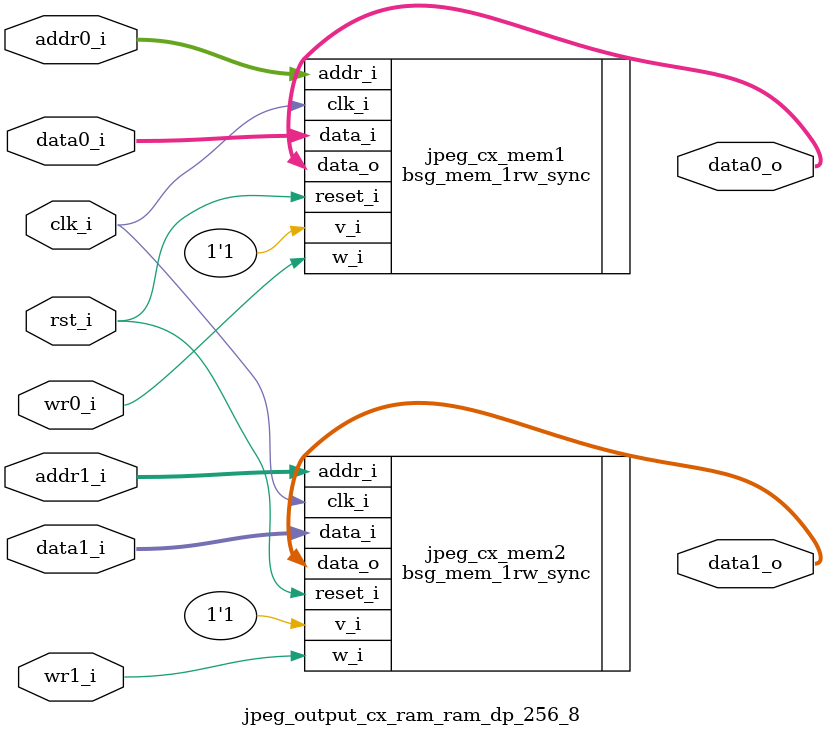
<source format=sv>

module jpeg_output_cx_ram
(
    // Inputs
     input           clk_i
    ,input           rst_i
    ,input  [  5:0]  wr_idx_i
    ,input  [ 31:0]  data_in_i
    ,input           push_i
    ,input           mode420_i
    ,input           pop_i
    ,input           flush_i

    // Outputs
    ,output [ 31:0]  data_out_o
    ,output          valid_o
    ,output [ 31:0]  level_o
);



//-----------------------------------------------------------------
// Registers
//-----------------------------------------------------------------
reg [7:0]   rd_ptr_q;
reg [7:0]   wr_ptr_q;

//-----------------------------------------------------------------
// Write Side
//-----------------------------------------------------------------
wire [7:0] write_next_w = wr_ptr_q + 8'd1;

always @ (posedge clk_i )
if (rst_i)
    wr_ptr_q <= 8'b0;
else if (flush_i)
    wr_ptr_q <= 8'b0;
// Push
else if (push_i)
    wr_ptr_q <= write_next_w;

//-----------------------------------------------------------------
// Read Side
//-----------------------------------------------------------------
wire read_ok_w = (level_o > 32'd1);
reg  rd_q;

always @ (posedge clk_i )
if (rst_i)
    rd_q <= 1'b0;
else if (flush_i)
    rd_q <= 1'b0;
else
    rd_q <= read_ok_w;

wire [7:0] rd_ptr_next_w = rd_ptr_q + 8'd1;

always @ (posedge clk_i )
if (rst_i)
    rd_ptr_q <= 8'b0;
else if (flush_i)
    rd_ptr_q <= 8'b0;
else if (read_ok_w && ((!valid_o) || (valid_o && pop_i)))
    rd_ptr_q <= rd_ptr_next_w;

//-------------------------------------------------------------------
// Chroma subsampling (420) sample addressing
//-------------------------------------------------------------------
reg [7:0] cx_idx_q;

reg [5:0] cx_rd_ptr_r;

always @ *
begin
    case (cx_idx_q)
    8'd0: cx_rd_ptr_r = 6'd0;
    8'd1: cx_rd_ptr_r = 6'd1;
    8'd2: cx_rd_ptr_r = 6'd1;
    8'd3: cx_rd_ptr_r = 6'd2;
    8'd4: cx_rd_ptr_r = 6'd2;
    8'd5: cx_rd_ptr_r = 6'd3;
    8'd6: cx_rd_ptr_r = 6'd3;
    8'd7: cx_rd_ptr_r = 6'd0;
    8'd8: cx_rd_ptr_r = 6'd0;
    8'd9: cx_rd_ptr_r = 6'd1;
    8'd10: cx_rd_ptr_r = 6'd1;
    8'd11: cx_rd_ptr_r = 6'd2;
    8'd12: cx_rd_ptr_r = 6'd2;
    8'd13: cx_rd_ptr_r = 6'd3;
    8'd14: cx_rd_ptr_r = 6'd3;
    8'd15: cx_rd_ptr_r = 6'd8;
    8'd16: cx_rd_ptr_r = 6'd8;
    8'd17: cx_rd_ptr_r = 6'd9;
    8'd18: cx_rd_ptr_r = 6'd9;
    8'd19: cx_rd_ptr_r = 6'd10;
    8'd20: cx_rd_ptr_r = 6'd10;
    8'd21: cx_rd_ptr_r = 6'd11;
    8'd22: cx_rd_ptr_r = 6'd11;
    8'd23: cx_rd_ptr_r = 6'd8;
    8'd24: cx_rd_ptr_r = 6'd8;
    8'd25: cx_rd_ptr_r = 6'd9;
    8'd26: cx_rd_ptr_r = 6'd9;
    8'd27: cx_rd_ptr_r = 6'd10;
    8'd28: cx_rd_ptr_r = 6'd10;
    8'd29: cx_rd_ptr_r = 6'd11;
    8'd30: cx_rd_ptr_r = 6'd11;
    8'd31: cx_rd_ptr_r = 6'd16;
    8'd32: cx_rd_ptr_r = 6'd16;
    8'd33: cx_rd_ptr_r = 6'd17;
    8'd34: cx_rd_ptr_r = 6'd17;
    8'd35: cx_rd_ptr_r = 6'd18;
    8'd36: cx_rd_ptr_r = 6'd18;
    8'd37: cx_rd_ptr_r = 6'd19;
    8'd38: cx_rd_ptr_r = 6'd19;
    8'd39: cx_rd_ptr_r = 6'd16;
    8'd40: cx_rd_ptr_r = 6'd16;
    8'd41: cx_rd_ptr_r = 6'd17;
    8'd42: cx_rd_ptr_r = 6'd17;
    8'd43: cx_rd_ptr_r = 6'd18;
    8'd44: cx_rd_ptr_r = 6'd18;
    8'd45: cx_rd_ptr_r = 6'd19;
    8'd46: cx_rd_ptr_r = 6'd19;
    8'd47: cx_rd_ptr_r = 6'd24;
    8'd48: cx_rd_ptr_r = 6'd24;
    8'd49: cx_rd_ptr_r = 6'd25;
    8'd50: cx_rd_ptr_r = 6'd25;
    8'd51: cx_rd_ptr_r = 6'd26;
    8'd52: cx_rd_ptr_r = 6'd26;
    8'd53: cx_rd_ptr_r = 6'd27;
    8'd54: cx_rd_ptr_r = 6'd27;
    8'd55: cx_rd_ptr_r = 6'd24;
    8'd56: cx_rd_ptr_r = 6'd24;
    8'd57: cx_rd_ptr_r = 6'd25;
    8'd58: cx_rd_ptr_r = 6'd25;
    8'd59: cx_rd_ptr_r = 6'd26;
    8'd60: cx_rd_ptr_r = 6'd26;
    8'd61: cx_rd_ptr_r = 6'd27;
    8'd62: cx_rd_ptr_r = 6'd27;
    8'd63: cx_rd_ptr_r = 6'd4;
    8'd64: cx_rd_ptr_r = 6'd4;
    8'd65: cx_rd_ptr_r = 6'd5;
    8'd66: cx_rd_ptr_r = 6'd5;
    8'd67: cx_rd_ptr_r = 6'd6;
    8'd68: cx_rd_ptr_r = 6'd6;
    8'd69: cx_rd_ptr_r = 6'd7;
    8'd70: cx_rd_ptr_r = 6'd7;
    8'd71: cx_rd_ptr_r = 6'd4;
    8'd72: cx_rd_ptr_r = 6'd4;
    8'd73: cx_rd_ptr_r = 6'd5;
    8'd74: cx_rd_ptr_r = 6'd5;
    8'd75: cx_rd_ptr_r = 6'd6;
    8'd76: cx_rd_ptr_r = 6'd6;
    8'd77: cx_rd_ptr_r = 6'd7;
    8'd78: cx_rd_ptr_r = 6'd7;
    8'd79: cx_rd_ptr_r = 6'd12;
    8'd80: cx_rd_ptr_r = 6'd12;
    8'd81: cx_rd_ptr_r = 6'd13;
    8'd82: cx_rd_ptr_r = 6'd13;
    8'd83: cx_rd_ptr_r = 6'd14;
    8'd84: cx_rd_ptr_r = 6'd14;
    8'd85: cx_rd_ptr_r = 6'd15;
    8'd86: cx_rd_ptr_r = 6'd15;
    8'd87: cx_rd_ptr_r = 6'd12;
    8'd88: cx_rd_ptr_r = 6'd12;
    8'd89: cx_rd_ptr_r = 6'd13;
    8'd90: cx_rd_ptr_r = 6'd13;
    8'd91: cx_rd_ptr_r = 6'd14;
    8'd92: cx_rd_ptr_r = 6'd14;
    8'd93: cx_rd_ptr_r = 6'd15;
    8'd94: cx_rd_ptr_r = 6'd15;
    8'd95: cx_rd_ptr_r = 6'd20;
    8'd96: cx_rd_ptr_r = 6'd20;
    8'd97: cx_rd_ptr_r = 6'd21;
    8'd98: cx_rd_ptr_r = 6'd21;
    8'd99: cx_rd_ptr_r = 6'd22;
    8'd100: cx_rd_ptr_r = 6'd22;
    8'd101: cx_rd_ptr_r = 6'd23;
    8'd102: cx_rd_ptr_r = 6'd23;
    8'd103: cx_rd_ptr_r = 6'd20;
    8'd104: cx_rd_ptr_r = 6'd20;
    8'd105: cx_rd_ptr_r = 6'd21;
    8'd106: cx_rd_ptr_r = 6'd21;
    8'd107: cx_rd_ptr_r = 6'd22;
    8'd108: cx_rd_ptr_r = 6'd22;
    8'd109: cx_rd_ptr_r = 6'd23;
    8'd110: cx_rd_ptr_r = 6'd23;
    8'd111: cx_rd_ptr_r = 6'd28;
    8'd112: cx_rd_ptr_r = 6'd28;
    8'd113: cx_rd_ptr_r = 6'd29;
    8'd114: cx_rd_ptr_r = 6'd29;
    8'd115: cx_rd_ptr_r = 6'd30;
    8'd116: cx_rd_ptr_r = 6'd30;
    8'd117: cx_rd_ptr_r = 6'd31;
    8'd118: cx_rd_ptr_r = 6'd31;
    8'd119: cx_rd_ptr_r = 6'd28;
    8'd120: cx_rd_ptr_r = 6'd28;
    8'd121: cx_rd_ptr_r = 6'd29;
    8'd122: cx_rd_ptr_r = 6'd29;
    8'd123: cx_rd_ptr_r = 6'd30;
    8'd124: cx_rd_ptr_r = 6'd30;
    8'd125: cx_rd_ptr_r = 6'd31;
    8'd126: cx_rd_ptr_r = 6'd31;
    8'd127: cx_rd_ptr_r = 6'd32;
    8'd128: cx_rd_ptr_r = 6'd32;
    8'd129: cx_rd_ptr_r = 6'd33;
    8'd130: cx_rd_ptr_r = 6'd33;
    8'd131: cx_rd_ptr_r = 6'd34;
    8'd132: cx_rd_ptr_r = 6'd34;
    8'd133: cx_rd_ptr_r = 6'd35;
    8'd134: cx_rd_ptr_r = 6'd35;
    8'd135: cx_rd_ptr_r = 6'd32;
    8'd136: cx_rd_ptr_r = 6'd32;
    8'd137: cx_rd_ptr_r = 6'd33;
    8'd138: cx_rd_ptr_r = 6'd33;
    8'd139: cx_rd_ptr_r = 6'd34;
    8'd140: cx_rd_ptr_r = 6'd34;
    8'd141: cx_rd_ptr_r = 6'd35;
    8'd142: cx_rd_ptr_r = 6'd35;
    8'd143: cx_rd_ptr_r = 6'd40;
    8'd144: cx_rd_ptr_r = 6'd40;
    8'd145: cx_rd_ptr_r = 6'd41;
    8'd146: cx_rd_ptr_r = 6'd41;
    8'd147: cx_rd_ptr_r = 6'd42;
    8'd148: cx_rd_ptr_r = 6'd42;
    8'd149: cx_rd_ptr_r = 6'd43;
    8'd150: cx_rd_ptr_r = 6'd43;
    8'd151: cx_rd_ptr_r = 6'd40;
    8'd152: cx_rd_ptr_r = 6'd40;
    8'd153: cx_rd_ptr_r = 6'd41;
    8'd154: cx_rd_ptr_r = 6'd41;
    8'd155: cx_rd_ptr_r = 6'd42;
    8'd156: cx_rd_ptr_r = 6'd42;
    8'd157: cx_rd_ptr_r = 6'd43;
    8'd158: cx_rd_ptr_r = 6'd43;
    8'd159: cx_rd_ptr_r = 6'd48;
    8'd160: cx_rd_ptr_r = 6'd48;
    8'd161: cx_rd_ptr_r = 6'd49;
    8'd162: cx_rd_ptr_r = 6'd49;
    8'd163: cx_rd_ptr_r = 6'd50;
    8'd164: cx_rd_ptr_r = 6'd50;
    8'd165: cx_rd_ptr_r = 6'd51;
    8'd166: cx_rd_ptr_r = 6'd51;
    8'd167: cx_rd_ptr_r = 6'd48;
    8'd168: cx_rd_ptr_r = 6'd48;
    8'd169: cx_rd_ptr_r = 6'd49;
    8'd170: cx_rd_ptr_r = 6'd49;
    8'd171: cx_rd_ptr_r = 6'd50;
    8'd172: cx_rd_ptr_r = 6'd50;
    8'd173: cx_rd_ptr_r = 6'd51;
    8'd174: cx_rd_ptr_r = 6'd51;
    8'd175: cx_rd_ptr_r = 6'd56;
    8'd176: cx_rd_ptr_r = 6'd56;
    8'd177: cx_rd_ptr_r = 6'd57;
    8'd178: cx_rd_ptr_r = 6'd57;
    8'd179: cx_rd_ptr_r = 6'd58;
    8'd180: cx_rd_ptr_r = 6'd58;
    8'd181: cx_rd_ptr_r = 6'd59;
    8'd182: cx_rd_ptr_r = 6'd59;
    8'd183: cx_rd_ptr_r = 6'd56;
    8'd184: cx_rd_ptr_r = 6'd56;
    8'd185: cx_rd_ptr_r = 6'd57;
    8'd186: cx_rd_ptr_r = 6'd57;
    8'd187: cx_rd_ptr_r = 6'd58;
    8'd188: cx_rd_ptr_r = 6'd58;
    8'd189: cx_rd_ptr_r = 6'd59;
    8'd190: cx_rd_ptr_r = 6'd59;
    8'd191: cx_rd_ptr_r = 6'd36;
    8'd192: cx_rd_ptr_r = 6'd36;
    8'd193: cx_rd_ptr_r = 6'd37;
    8'd194: cx_rd_ptr_r = 6'd37;
    8'd195: cx_rd_ptr_r = 6'd38;
    8'd196: cx_rd_ptr_r = 6'd38;
    8'd197: cx_rd_ptr_r = 6'd39;
    8'd198: cx_rd_ptr_r = 6'd39;
    8'd199: cx_rd_ptr_r = 6'd36;
    8'd200: cx_rd_ptr_r = 6'd36;
    8'd201: cx_rd_ptr_r = 6'd37;
    8'd202: cx_rd_ptr_r = 6'd37;
    8'd203: cx_rd_ptr_r = 6'd38;
    8'd204: cx_rd_ptr_r = 6'd38;
    8'd205: cx_rd_ptr_r = 6'd39;
    8'd206: cx_rd_ptr_r = 6'd39;
    8'd207: cx_rd_ptr_r = 6'd44;
    8'd208: cx_rd_ptr_r = 6'd44;
    8'd209: cx_rd_ptr_r = 6'd45;
    8'd210: cx_rd_ptr_r = 6'd45;
    8'd211: cx_rd_ptr_r = 6'd46;
    8'd212: cx_rd_ptr_r = 6'd46;
    8'd213: cx_rd_ptr_r = 6'd47;
    8'd214: cx_rd_ptr_r = 6'd47;
    8'd215: cx_rd_ptr_r = 6'd44;
    8'd216: cx_rd_ptr_r = 6'd44;
    8'd217: cx_rd_ptr_r = 6'd45;
    8'd218: cx_rd_ptr_r = 6'd45;
    8'd219: cx_rd_ptr_r = 6'd46;
    8'd220: cx_rd_ptr_r = 6'd46;
    8'd221: cx_rd_ptr_r = 6'd47;
    8'd222: cx_rd_ptr_r = 6'd47;
    8'd223: cx_rd_ptr_r = 6'd52;
    8'd224: cx_rd_ptr_r = 6'd52;
    8'd225: cx_rd_ptr_r = 6'd53;
    8'd226: cx_rd_ptr_r = 6'd53;
    8'd227: cx_rd_ptr_r = 6'd54;
    8'd228: cx_rd_ptr_r = 6'd54;
    8'd229: cx_rd_ptr_r = 6'd55;
    8'd230: cx_rd_ptr_r = 6'd55;
    8'd231: cx_rd_ptr_r = 6'd52;
    8'd232: cx_rd_ptr_r = 6'd52;
    8'd233: cx_rd_ptr_r = 6'd53;
    8'd234: cx_rd_ptr_r = 6'd53;
    8'd235: cx_rd_ptr_r = 6'd54;
    8'd236: cx_rd_ptr_r = 6'd54;
    8'd237: cx_rd_ptr_r = 6'd55;
    8'd238: cx_rd_ptr_r = 6'd55;
    8'd239: cx_rd_ptr_r = 6'd60;
    8'd240: cx_rd_ptr_r = 6'd60;
    8'd241: cx_rd_ptr_r = 6'd61;
    8'd242: cx_rd_ptr_r = 6'd61;
    8'd243: cx_rd_ptr_r = 6'd62;
    8'd244: cx_rd_ptr_r = 6'd62;
    8'd245: cx_rd_ptr_r = 6'd63;
    8'd246: cx_rd_ptr_r = 6'd63;
    8'd247: cx_rd_ptr_r = 6'd60;
    8'd248: cx_rd_ptr_r = 6'd60;
    8'd249: cx_rd_ptr_r = 6'd61;
    8'd250: cx_rd_ptr_r = 6'd61;
    8'd251: cx_rd_ptr_r = 6'd62;
    8'd252: cx_rd_ptr_r = 6'd62;
    8'd253: cx_rd_ptr_r = 6'd63;
    8'd254: cx_rd_ptr_r = 6'd63;
    default: cx_rd_ptr_r = 6'd0;
    endcase
end

always @ (posedge clk_i )
if (rst_i)
    cx_idx_q    <= 8'b0;
else if (flush_i)
    cx_idx_q    <= 8'b0;
else if (read_ok_w && ((!valid_o) || (valid_o && pop_i)))
    cx_idx_q    <= cx_idx_q + 8'd1;

reg [1:0] cx_half_q;

always @ (posedge clk_i )
if (rst_i)
    cx_half_q    <= 2'b0;
else if (flush_i)
    cx_half_q    <= 2'b0;
else if (read_ok_w && ((!valid_o) || (valid_o && pop_i)) && cx_idx_q == 8'd255)
    cx_half_q    <= cx_half_q + 2'd1;

reg [5:0] cx_rd_ptr_q;

always @ (posedge clk_i )
if (rst_i)
    cx_rd_ptr_q <= 6'b0;
else if (read_ok_w && ((!valid_o) || (valid_o && pop_i)))
    cx_rd_ptr_q <= cx_rd_ptr_r;

wire [7:0] rd_addr_w = mode420_i ? {cx_half_q, cx_rd_ptr_q} : rd_ptr_q;

//-------------------------------------------------------------------
// Read Skid Buffer
//-------------------------------------------------------------------
reg                rd_skid_q;
reg [31:0] rd_skid_data_q;

always @ (posedge clk_i )
if (rst_i)
begin
    rd_skid_q <= 1'b0;
    rd_skid_data_q <= 32'b0;
end
else if (flush_i)
begin
    rd_skid_q <= 1'b0;
    rd_skid_data_q <= 32'b0;
end
else if (valid_o && !pop_i)
begin
    rd_skid_q      <= 1'b1;
    rd_skid_data_q <= data_out_o;
end
else
begin
    rd_skid_q      <= 1'b0;
    rd_skid_data_q <= 32'b0;
end

//-------------------------------------------------------------------
// Combinatorial
//-------------------------------------------------------------------
assign valid_o       = rd_skid_q | rd_q;

//-------------------------------------------------------------------
// Dual port RAM
//-------------------------------------------------------------------
wire [31:0] data_out_w;

jpeg_output_cx_ram_ram_dp_256_8
u_ram
(
    // Inputs
    .clk_i(clk_i),
    .rst_i(rst_i),
    // .clk1_i(clk_i),
    // .rst1_i(rst_i),

    // Write side
    .addr0_i({wr_ptr_q[7:6], wr_idx_i}),
    .wr0_i(push_i),
    .data0_i(data_in_i),
    .data0_o(),

    // Read side
    .addr1_i(rd_addr_w),
    .data1_i(32'b0),
    .wr1_i(1'b0),
    .data1_o(data_out_w)
);

assign data_out_o = rd_skid_q ? rd_skid_data_q : data_out_w;


//-------------------------------------------------------------------
// Level
//-------------------------------------------------------------------
reg [31:0]  count_q;
reg [31:0]  count_r;

always @ *
begin
    count_r = count_q;

    if (pop_i && valid_o)
        count_r = count_r - 32'd1;

    if (push_i)
        count_r = count_r + (mode420_i ? 32'd4 : 32'd1);
end

always @ (posedge clk_i )
if (rst_i)
    count_q   <= 32'b0;
else if (flush_i)
    count_q   <= 32'b0;
else
    count_q <= count_r;

assign level_o = count_q;

endmodule

//-------------------------------------------------------------------
// Dual port RAM
//-------------------------------------------------------------------
module jpeg_output_cx_ram_ram_dp_256_8
(
    // Inputs
     input           clk_i
    ,input           rst_i
    ,input  [ 7:0]  addr0_i
    ,input  [ 31:0]  data0_i
    ,input           wr0_i
    // ,input           clk1_i
    // ,input           rst1_i
    ,input  [ 7:0]  addr1_i
    ,input  [ 31:0]  data1_i
    ,input           wr1_i

    // Outputs
    ,output [ 31:0]  data0_o
    ,output [ 31:0]  data1_o
);
    bsg_mem_1rw_sync #(.width_p(32)
                          , .els_p(256)
) jpeg_cx_mem1
   (.clk_i(clk_i)
    ,.reset_i(rst_i)
    ,.data_i(data0_i)
    ,.addr_i(addr0_i)
    , .v_i(1'b1)
    , .w_i(wr0_i)
    , .data_o(data0_o)
    );

        bsg_mem_1rw_sync #(.width_p(32)
                          , .els_p(256)
) jpeg_cx_mem2
   (.clk_i(clk_i)
    ,.reset_i(rst_i)
    ,.data_i(data1_i)
    ,.addr_i(addr1_i)
    , .v_i(1'b1)
    , .w_i(wr1_i)
    , .data_o(data1_o)
    );



// bsg_mem_2rw_sync #(.width_p(32)
//                            , .els_p(256), .read_write_same_addr_p(1)  // Allow same addr read/write
//                   , .disable_collision_warning_p(1)  // Disable warnings

// ) jpeg_outpu_cx_ram_mem
//    (.clk_i(clk_i)
//     , .reset_i(rst_i)

//     , .a_v_i(1'b1)
//     , .a_addr_i(addr0_i)
//     , .a_data_i(data0_i)
//     ,.a_w_i(wr0_i)
//     , .b_v_i(1'b1)
//     , .b_addr_i(addr1_i)
//     , .b_data_i(data1_i)
//     ,.b_w_i(wr1_i)

//     // currently unused
//     , .a_data_o(data0_o)
//     , .b_data_o(data1_o)
//     );
/* verilator lint_off MULTIDRIVEN */
// reg [31:0]   ram [255:0] /*verilator public*/;
// /* verilator lint_on MULTIDRIVEN */

// reg [31:0] ram_read0_q;
// reg [31:0] ram_read1_q;

// // Synchronous write
// always @ (posedge clk0_i)
// begin
//     if (wr0_i)
//         ram[addr0_i] <= data0_i;

//     ram_read0_q <= ram[addr0_i];
// end

// always @ (posedge clk1_i)
// begin
//     if (wr1_i)
//         ram[addr1_i] <= data1_i;

//     ram_read1_q <= ram[addr1_i];
// end

// assign data0_o = ram_read0_q;
// assign data1_o = ram_read1_q;



endmodule
</source>
